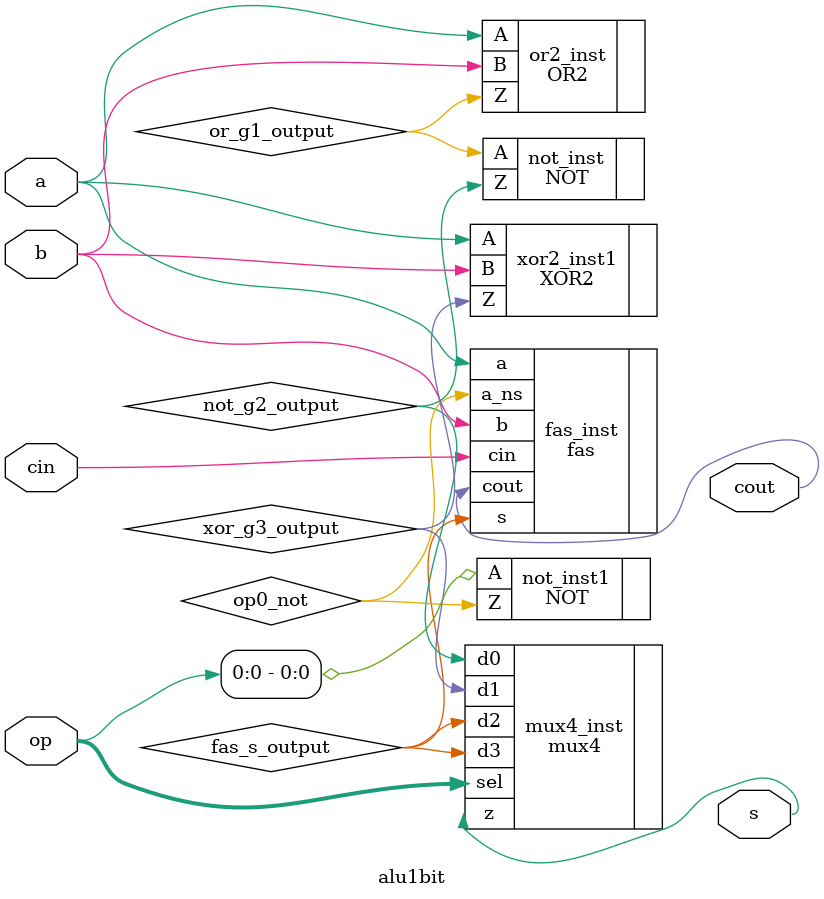
<source format=sv>
module alu1bit (
    input logic a,           // Input bit a
    input logic b,           // Input bit b
    input logic cin,         // Carry in
    input logic [1:0] op,    // Operation
    output logic s,          // Output S
    output logic cout        // Carry out
);

// Put your code here
// ------------------
logic or_g1_output, not_g2_output, xor_g3_output, fas_s_output, op0_not;

//not(a+b)
OR2 #(
		.Tpdlh(6),
		.Tpdhl(6)
	) or2_inst(
	.Z(or_g1_output),
	.A(a),
	.B(b)
);


NOT #(
		.Tpdlh(8),
		.Tpdhl(8)
	) not_inst(
	.Z(not_g2_output),
	.A(or_g1_output)
);

//xor(a,b)

XOR2 #(
		.Tpdlh(8),
		.Tpdhl(8)
	) xor2_inst1(
	.Z(xor_g3_output),
	.A(a),
	.B(b)
);

//not(op[0])

NOT #(
		.Tpdlh(8),
		.Tpdhl(8)
	) not_inst1(
	.Z(op0_not),
	.A(op[0])
);

fas fas_inst(
	.a(a),
	.b(b),
	.a_ns(op0_not),
	.cin(cin),
	.cout(cout),
	.s(fas_s_output)
);

mux4 mux4_inst(
	.d0(not_g2_output),
	.d1(xor_g3_output),
	.d2(fas_s_output),
	.d3(fas_s_output),
	.sel(op),
	.z(s)
);


// End of your code

endmodule

</source>
